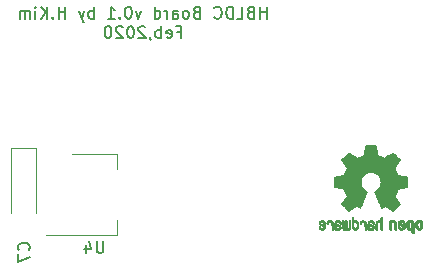
<source format=gbr>
G04 #@! TF.GenerationSoftware,KiCad,Pcbnew,(5.1.5-0-10_14)*
G04 #@! TF.CreationDate,2020-02-25T16:28:57+09:00*
G04 #@! TF.ProjectId,hbldc,68626c64-632e-46b6-9963-61645f706362,rev?*
G04 #@! TF.SameCoordinates,Original*
G04 #@! TF.FileFunction,Legend,Bot*
G04 #@! TF.FilePolarity,Positive*
%FSLAX46Y46*%
G04 Gerber Fmt 4.6, Leading zero omitted, Abs format (unit mm)*
G04 Created by KiCad (PCBNEW (5.1.5-0-10_14)) date 2020-02-25 16:28:57*
%MOMM*%
%LPD*%
G04 APERTURE LIST*
%ADD10C,0.150000*%
%ADD11C,0.010000*%
%ADD12C,0.120000*%
G04 APERTURE END LIST*
D10*
X105592380Y-37107380D02*
X105592380Y-36107380D01*
X105592380Y-36583571D02*
X105020952Y-36583571D01*
X105020952Y-37107380D02*
X105020952Y-36107380D01*
X104211428Y-36583571D02*
X104068571Y-36631190D01*
X104020952Y-36678809D01*
X103973333Y-36774047D01*
X103973333Y-36916904D01*
X104020952Y-37012142D01*
X104068571Y-37059761D01*
X104163809Y-37107380D01*
X104544761Y-37107380D01*
X104544761Y-36107380D01*
X104211428Y-36107380D01*
X104116190Y-36155000D01*
X104068571Y-36202619D01*
X104020952Y-36297857D01*
X104020952Y-36393095D01*
X104068571Y-36488333D01*
X104116190Y-36535952D01*
X104211428Y-36583571D01*
X104544761Y-36583571D01*
X103068571Y-37107380D02*
X103544761Y-37107380D01*
X103544761Y-36107380D01*
X102735238Y-37107380D02*
X102735238Y-36107380D01*
X102497142Y-36107380D01*
X102354285Y-36155000D01*
X102259047Y-36250238D01*
X102211428Y-36345476D01*
X102163809Y-36535952D01*
X102163809Y-36678809D01*
X102211428Y-36869285D01*
X102259047Y-36964523D01*
X102354285Y-37059761D01*
X102497142Y-37107380D01*
X102735238Y-37107380D01*
X101163809Y-37012142D02*
X101211428Y-37059761D01*
X101354285Y-37107380D01*
X101449523Y-37107380D01*
X101592380Y-37059761D01*
X101687619Y-36964523D01*
X101735238Y-36869285D01*
X101782857Y-36678809D01*
X101782857Y-36535952D01*
X101735238Y-36345476D01*
X101687619Y-36250238D01*
X101592380Y-36155000D01*
X101449523Y-36107380D01*
X101354285Y-36107380D01*
X101211428Y-36155000D01*
X101163809Y-36202619D01*
X99640000Y-36583571D02*
X99497142Y-36631190D01*
X99449523Y-36678809D01*
X99401904Y-36774047D01*
X99401904Y-36916904D01*
X99449523Y-37012142D01*
X99497142Y-37059761D01*
X99592380Y-37107380D01*
X99973333Y-37107380D01*
X99973333Y-36107380D01*
X99640000Y-36107380D01*
X99544761Y-36155000D01*
X99497142Y-36202619D01*
X99449523Y-36297857D01*
X99449523Y-36393095D01*
X99497142Y-36488333D01*
X99544761Y-36535952D01*
X99640000Y-36583571D01*
X99973333Y-36583571D01*
X98830476Y-37107380D02*
X98925714Y-37059761D01*
X98973333Y-37012142D01*
X99020952Y-36916904D01*
X99020952Y-36631190D01*
X98973333Y-36535952D01*
X98925714Y-36488333D01*
X98830476Y-36440714D01*
X98687619Y-36440714D01*
X98592380Y-36488333D01*
X98544761Y-36535952D01*
X98497142Y-36631190D01*
X98497142Y-36916904D01*
X98544761Y-37012142D01*
X98592380Y-37059761D01*
X98687619Y-37107380D01*
X98830476Y-37107380D01*
X97640000Y-37107380D02*
X97640000Y-36583571D01*
X97687619Y-36488333D01*
X97782857Y-36440714D01*
X97973333Y-36440714D01*
X98068571Y-36488333D01*
X97640000Y-37059761D02*
X97735238Y-37107380D01*
X97973333Y-37107380D01*
X98068571Y-37059761D01*
X98116190Y-36964523D01*
X98116190Y-36869285D01*
X98068571Y-36774047D01*
X97973333Y-36726428D01*
X97735238Y-36726428D01*
X97640000Y-36678809D01*
X97163809Y-37107380D02*
X97163809Y-36440714D01*
X97163809Y-36631190D02*
X97116190Y-36535952D01*
X97068571Y-36488333D01*
X96973333Y-36440714D01*
X96878095Y-36440714D01*
X96116190Y-37107380D02*
X96116190Y-36107380D01*
X96116190Y-37059761D02*
X96211428Y-37107380D01*
X96401904Y-37107380D01*
X96497142Y-37059761D01*
X96544761Y-37012142D01*
X96592380Y-36916904D01*
X96592380Y-36631190D01*
X96544761Y-36535952D01*
X96497142Y-36488333D01*
X96401904Y-36440714D01*
X96211428Y-36440714D01*
X96116190Y-36488333D01*
X94973333Y-36440714D02*
X94735238Y-37107380D01*
X94497142Y-36440714D01*
X93925714Y-36107380D02*
X93830476Y-36107380D01*
X93735238Y-36155000D01*
X93687619Y-36202619D01*
X93640000Y-36297857D01*
X93592380Y-36488333D01*
X93592380Y-36726428D01*
X93640000Y-36916904D01*
X93687619Y-37012142D01*
X93735238Y-37059761D01*
X93830476Y-37107380D01*
X93925714Y-37107380D01*
X94020952Y-37059761D01*
X94068571Y-37012142D01*
X94116190Y-36916904D01*
X94163809Y-36726428D01*
X94163809Y-36488333D01*
X94116190Y-36297857D01*
X94068571Y-36202619D01*
X94020952Y-36155000D01*
X93925714Y-36107380D01*
X93163809Y-37012142D02*
X93116190Y-37059761D01*
X93163809Y-37107380D01*
X93211428Y-37059761D01*
X93163809Y-37012142D01*
X93163809Y-37107380D01*
X92163809Y-37107380D02*
X92735238Y-37107380D01*
X92449523Y-37107380D02*
X92449523Y-36107380D01*
X92544761Y-36250238D01*
X92640000Y-36345476D01*
X92735238Y-36393095D01*
X90973333Y-37107380D02*
X90973333Y-36107380D01*
X90973333Y-36488333D02*
X90878095Y-36440714D01*
X90687619Y-36440714D01*
X90592380Y-36488333D01*
X90544761Y-36535952D01*
X90497142Y-36631190D01*
X90497142Y-36916904D01*
X90544761Y-37012142D01*
X90592380Y-37059761D01*
X90687619Y-37107380D01*
X90878095Y-37107380D01*
X90973333Y-37059761D01*
X90163809Y-36440714D02*
X89925714Y-37107380D01*
X89687619Y-36440714D02*
X89925714Y-37107380D01*
X90020952Y-37345476D01*
X90068571Y-37393095D01*
X90163809Y-37440714D01*
X88544761Y-37107380D02*
X88544761Y-36107380D01*
X88544761Y-36583571D02*
X87973333Y-36583571D01*
X87973333Y-37107380D02*
X87973333Y-36107380D01*
X87497142Y-37012142D02*
X87449523Y-37059761D01*
X87497142Y-37107380D01*
X87544761Y-37059761D01*
X87497142Y-37012142D01*
X87497142Y-37107380D01*
X87020952Y-37107380D02*
X87020952Y-36107380D01*
X86449523Y-37107380D02*
X86878095Y-36535952D01*
X86449523Y-36107380D02*
X87020952Y-36678809D01*
X86020952Y-37107380D02*
X86020952Y-36440714D01*
X86020952Y-36107380D02*
X86068571Y-36155000D01*
X86020952Y-36202619D01*
X85973333Y-36155000D01*
X86020952Y-36107380D01*
X86020952Y-36202619D01*
X85544761Y-37107380D02*
X85544761Y-36440714D01*
X85544761Y-36535952D02*
X85497142Y-36488333D01*
X85401904Y-36440714D01*
X85259047Y-36440714D01*
X85163809Y-36488333D01*
X85116190Y-36583571D01*
X85116190Y-37107380D01*
X85116190Y-36583571D02*
X85068571Y-36488333D01*
X84973333Y-36440714D01*
X84830476Y-36440714D01*
X84735238Y-36488333D01*
X84687619Y-36583571D01*
X84687619Y-37107380D01*
X98020952Y-38233571D02*
X98354285Y-38233571D01*
X98354285Y-38757380D02*
X98354285Y-37757380D01*
X97878095Y-37757380D01*
X97116190Y-38709761D02*
X97211428Y-38757380D01*
X97401904Y-38757380D01*
X97497142Y-38709761D01*
X97544761Y-38614523D01*
X97544761Y-38233571D01*
X97497142Y-38138333D01*
X97401904Y-38090714D01*
X97211428Y-38090714D01*
X97116190Y-38138333D01*
X97068571Y-38233571D01*
X97068571Y-38328809D01*
X97544761Y-38424047D01*
X96640000Y-38757380D02*
X96640000Y-37757380D01*
X96640000Y-38138333D02*
X96544761Y-38090714D01*
X96354285Y-38090714D01*
X96259047Y-38138333D01*
X96211428Y-38185952D01*
X96163809Y-38281190D01*
X96163809Y-38566904D01*
X96211428Y-38662142D01*
X96259047Y-38709761D01*
X96354285Y-38757380D01*
X96544761Y-38757380D01*
X96640000Y-38709761D01*
X95687619Y-38709761D02*
X95687619Y-38757380D01*
X95735238Y-38852619D01*
X95782857Y-38900238D01*
X95306666Y-37852619D02*
X95259047Y-37805000D01*
X95163809Y-37757380D01*
X94925714Y-37757380D01*
X94830476Y-37805000D01*
X94782857Y-37852619D01*
X94735238Y-37947857D01*
X94735238Y-38043095D01*
X94782857Y-38185952D01*
X95354285Y-38757380D01*
X94735238Y-38757380D01*
X94116190Y-37757380D02*
X94020952Y-37757380D01*
X93925714Y-37805000D01*
X93878095Y-37852619D01*
X93830476Y-37947857D01*
X93782857Y-38138333D01*
X93782857Y-38376428D01*
X93830476Y-38566904D01*
X93878095Y-38662142D01*
X93925714Y-38709761D01*
X94020952Y-38757380D01*
X94116190Y-38757380D01*
X94211428Y-38709761D01*
X94259047Y-38662142D01*
X94306666Y-38566904D01*
X94354285Y-38376428D01*
X94354285Y-38138333D01*
X94306666Y-37947857D01*
X94259047Y-37852619D01*
X94211428Y-37805000D01*
X94116190Y-37757380D01*
X93401904Y-37852619D02*
X93354285Y-37805000D01*
X93259047Y-37757380D01*
X93020952Y-37757380D01*
X92925714Y-37805000D01*
X92878095Y-37852619D01*
X92830476Y-37947857D01*
X92830476Y-38043095D01*
X92878095Y-38185952D01*
X93449523Y-38757380D01*
X92830476Y-38757380D01*
X92211428Y-37757380D02*
X92116190Y-37757380D01*
X92020952Y-37805000D01*
X91973333Y-37852619D01*
X91925714Y-37947857D01*
X91878095Y-38138333D01*
X91878095Y-38376428D01*
X91925714Y-38566904D01*
X91973333Y-38662142D01*
X92020952Y-38709761D01*
X92116190Y-38757380D01*
X92211428Y-38757380D01*
X92306666Y-38709761D01*
X92354285Y-38662142D01*
X92401904Y-38566904D01*
X92449523Y-38376428D01*
X92449523Y-38138333D01*
X92401904Y-37947857D01*
X92354285Y-37852619D01*
X92306666Y-37805000D01*
X92211428Y-37757380D01*
D11*
G36*
X117621114Y-54144505D02*
G01*
X117546461Y-54181727D01*
X117480569Y-54250261D01*
X117462423Y-54275648D01*
X117442655Y-54308866D01*
X117429828Y-54344945D01*
X117422490Y-54393098D01*
X117419187Y-54462536D01*
X117418462Y-54554206D01*
X117421737Y-54679830D01*
X117433123Y-54774154D01*
X117454959Y-54844523D01*
X117489581Y-54898286D01*
X117539330Y-54942788D01*
X117542986Y-54945423D01*
X117592015Y-54972377D01*
X117651055Y-54985712D01*
X117726141Y-54989000D01*
X117848205Y-54989000D01*
X117848256Y-55107497D01*
X117849392Y-55173492D01*
X117856314Y-55212202D01*
X117874402Y-55235419D01*
X117909038Y-55254933D01*
X117917355Y-55258920D01*
X117956280Y-55277603D01*
X117986417Y-55289403D01*
X118008826Y-55290422D01*
X118024567Y-55276761D01*
X118034698Y-55244522D01*
X118040277Y-55189804D01*
X118042365Y-55108711D01*
X118042019Y-54997344D01*
X118040300Y-54851802D01*
X118039763Y-54808269D01*
X118037828Y-54658205D01*
X118036096Y-54560042D01*
X117848308Y-54560042D01*
X117847252Y-54643364D01*
X117842562Y-54697880D01*
X117831949Y-54733837D01*
X117813128Y-54761482D01*
X117800350Y-54774965D01*
X117748110Y-54814417D01*
X117701858Y-54817628D01*
X117654133Y-54785049D01*
X117652923Y-54783846D01*
X117633506Y-54758668D01*
X117621693Y-54724447D01*
X117615735Y-54671748D01*
X117613880Y-54591131D01*
X117613846Y-54573271D01*
X117618330Y-54462175D01*
X117632926Y-54385161D01*
X117659350Y-54338147D01*
X117699317Y-54317050D01*
X117722416Y-54314923D01*
X117777238Y-54324900D01*
X117814842Y-54357752D01*
X117837477Y-54417857D01*
X117847394Y-54509598D01*
X117848308Y-54560042D01*
X118036096Y-54560042D01*
X118035778Y-54542060D01*
X118033127Y-54454679D01*
X118029394Y-54390905D01*
X118024093Y-54345582D01*
X118016742Y-54313555D01*
X118006857Y-54289668D01*
X117993954Y-54268764D01*
X117988421Y-54260898D01*
X117915031Y-54186595D01*
X117822240Y-54144467D01*
X117714904Y-54132722D01*
X117621114Y-54144505D01*
G37*
X117621114Y-54144505D02*
X117546461Y-54181727D01*
X117480569Y-54250261D01*
X117462423Y-54275648D01*
X117442655Y-54308866D01*
X117429828Y-54344945D01*
X117422490Y-54393098D01*
X117419187Y-54462536D01*
X117418462Y-54554206D01*
X117421737Y-54679830D01*
X117433123Y-54774154D01*
X117454959Y-54844523D01*
X117489581Y-54898286D01*
X117539330Y-54942788D01*
X117542986Y-54945423D01*
X117592015Y-54972377D01*
X117651055Y-54985712D01*
X117726141Y-54989000D01*
X117848205Y-54989000D01*
X117848256Y-55107497D01*
X117849392Y-55173492D01*
X117856314Y-55212202D01*
X117874402Y-55235419D01*
X117909038Y-55254933D01*
X117917355Y-55258920D01*
X117956280Y-55277603D01*
X117986417Y-55289403D01*
X118008826Y-55290422D01*
X118024567Y-55276761D01*
X118034698Y-55244522D01*
X118040277Y-55189804D01*
X118042365Y-55108711D01*
X118042019Y-54997344D01*
X118040300Y-54851802D01*
X118039763Y-54808269D01*
X118037828Y-54658205D01*
X118036096Y-54560042D01*
X117848308Y-54560042D01*
X117847252Y-54643364D01*
X117842562Y-54697880D01*
X117831949Y-54733837D01*
X117813128Y-54761482D01*
X117800350Y-54774965D01*
X117748110Y-54814417D01*
X117701858Y-54817628D01*
X117654133Y-54785049D01*
X117652923Y-54783846D01*
X117633506Y-54758668D01*
X117621693Y-54724447D01*
X117615735Y-54671748D01*
X117613880Y-54591131D01*
X117613846Y-54573271D01*
X117618330Y-54462175D01*
X117632926Y-54385161D01*
X117659350Y-54338147D01*
X117699317Y-54317050D01*
X117722416Y-54314923D01*
X117777238Y-54324900D01*
X117814842Y-54357752D01*
X117837477Y-54417857D01*
X117847394Y-54509598D01*
X117848308Y-54560042D01*
X118036096Y-54560042D01*
X118035778Y-54542060D01*
X118033127Y-54454679D01*
X118029394Y-54390905D01*
X118024093Y-54345582D01*
X118016742Y-54313555D01*
X118006857Y-54289668D01*
X117993954Y-54268764D01*
X117988421Y-54260898D01*
X117915031Y-54186595D01*
X117822240Y-54144467D01*
X117714904Y-54132722D01*
X117621114Y-54144505D01*
G36*
X116118336Y-54155089D02*
G01*
X116055633Y-54191358D01*
X116012039Y-54227358D01*
X115980155Y-54265075D01*
X115958190Y-54311199D01*
X115944351Y-54372421D01*
X115936847Y-54455431D01*
X115933883Y-54566919D01*
X115933539Y-54647062D01*
X115933539Y-54942065D01*
X116099615Y-55016515D01*
X116109385Y-54693402D01*
X116113421Y-54572729D01*
X116117656Y-54485141D01*
X116122903Y-54424650D01*
X116129975Y-54385268D01*
X116139689Y-54361007D01*
X116152856Y-54345880D01*
X116157081Y-54342606D01*
X116221091Y-54317034D01*
X116285792Y-54327153D01*
X116324308Y-54354000D01*
X116339975Y-54373024D01*
X116350820Y-54397988D01*
X116357712Y-54435834D01*
X116361521Y-54493502D01*
X116363117Y-54577935D01*
X116363385Y-54665928D01*
X116363437Y-54776323D01*
X116365328Y-54854463D01*
X116371655Y-54907165D01*
X116385017Y-54941242D01*
X116408015Y-54963511D01*
X116443246Y-54980787D01*
X116490303Y-54998738D01*
X116541697Y-55018278D01*
X116535579Y-54671485D01*
X116533116Y-54546468D01*
X116530233Y-54454082D01*
X116526102Y-54387881D01*
X116519893Y-54341420D01*
X116510774Y-54308256D01*
X116497917Y-54281944D01*
X116482416Y-54258729D01*
X116407629Y-54184569D01*
X116316372Y-54141684D01*
X116217117Y-54131412D01*
X116118336Y-54155089D01*
G37*
X116118336Y-54155089D02*
X116055633Y-54191358D01*
X116012039Y-54227358D01*
X115980155Y-54265075D01*
X115958190Y-54311199D01*
X115944351Y-54372421D01*
X115936847Y-54455431D01*
X115933883Y-54566919D01*
X115933539Y-54647062D01*
X115933539Y-54942065D01*
X116099615Y-55016515D01*
X116109385Y-54693402D01*
X116113421Y-54572729D01*
X116117656Y-54485141D01*
X116122903Y-54424650D01*
X116129975Y-54385268D01*
X116139689Y-54361007D01*
X116152856Y-54345880D01*
X116157081Y-54342606D01*
X116221091Y-54317034D01*
X116285792Y-54327153D01*
X116324308Y-54354000D01*
X116339975Y-54373024D01*
X116350820Y-54397988D01*
X116357712Y-54435834D01*
X116361521Y-54493502D01*
X116363117Y-54577935D01*
X116363385Y-54665928D01*
X116363437Y-54776323D01*
X116365328Y-54854463D01*
X116371655Y-54907165D01*
X116385017Y-54941242D01*
X116408015Y-54963511D01*
X116443246Y-54980787D01*
X116490303Y-54998738D01*
X116541697Y-55018278D01*
X116535579Y-54671485D01*
X116533116Y-54546468D01*
X116530233Y-54454082D01*
X116526102Y-54387881D01*
X116519893Y-54341420D01*
X116510774Y-54308256D01*
X116497917Y-54281944D01*
X116482416Y-54258729D01*
X116407629Y-54184569D01*
X116316372Y-54141684D01*
X116217117Y-54131412D01*
X116118336Y-54155089D01*
G36*
X118373114Y-54147256D02*
G01*
X118281536Y-54195409D01*
X118213951Y-54272905D01*
X118189943Y-54322727D01*
X118171262Y-54397533D01*
X118161699Y-54492052D01*
X118160792Y-54595210D01*
X118168079Y-54695935D01*
X118183097Y-54783153D01*
X118205385Y-54845791D01*
X118212235Y-54856579D01*
X118293368Y-54937105D01*
X118389734Y-54985336D01*
X118494299Y-54999450D01*
X118600032Y-54977629D01*
X118629457Y-54964547D01*
X118686759Y-54924231D01*
X118737050Y-54870775D01*
X118741803Y-54863995D01*
X118761122Y-54831321D01*
X118773892Y-54796394D01*
X118781436Y-54750414D01*
X118785076Y-54684584D01*
X118786135Y-54590105D01*
X118786154Y-54568923D01*
X118786106Y-54562182D01*
X118590769Y-54562182D01*
X118589632Y-54651349D01*
X118585159Y-54710520D01*
X118575754Y-54748741D01*
X118559824Y-54775053D01*
X118551692Y-54783846D01*
X118504942Y-54817261D01*
X118459553Y-54815737D01*
X118413660Y-54786752D01*
X118386288Y-54755809D01*
X118370077Y-54710643D01*
X118360974Y-54639420D01*
X118360349Y-54631114D01*
X118358796Y-54502037D01*
X118375035Y-54406172D01*
X118408848Y-54344107D01*
X118460016Y-54316432D01*
X118478280Y-54314923D01*
X118526240Y-54322513D01*
X118559047Y-54348808D01*
X118579105Y-54399095D01*
X118588822Y-54478664D01*
X118590769Y-54562182D01*
X118786106Y-54562182D01*
X118785426Y-54468249D01*
X118782371Y-54397906D01*
X118775678Y-54349163D01*
X118764040Y-54313288D01*
X118746147Y-54281548D01*
X118742192Y-54275648D01*
X118675733Y-54196104D01*
X118603315Y-54149929D01*
X118515151Y-54131599D01*
X118485213Y-54130703D01*
X118373114Y-54147256D01*
G37*
X118373114Y-54147256D02*
X118281536Y-54195409D01*
X118213951Y-54272905D01*
X118189943Y-54322727D01*
X118171262Y-54397533D01*
X118161699Y-54492052D01*
X118160792Y-54595210D01*
X118168079Y-54695935D01*
X118183097Y-54783153D01*
X118205385Y-54845791D01*
X118212235Y-54856579D01*
X118293368Y-54937105D01*
X118389734Y-54985336D01*
X118494299Y-54999450D01*
X118600032Y-54977629D01*
X118629457Y-54964547D01*
X118686759Y-54924231D01*
X118737050Y-54870775D01*
X118741803Y-54863995D01*
X118761122Y-54831321D01*
X118773892Y-54796394D01*
X118781436Y-54750414D01*
X118785076Y-54684584D01*
X118786135Y-54590105D01*
X118786154Y-54568923D01*
X118786106Y-54562182D01*
X118590769Y-54562182D01*
X118589632Y-54651349D01*
X118585159Y-54710520D01*
X118575754Y-54748741D01*
X118559824Y-54775053D01*
X118551692Y-54783846D01*
X118504942Y-54817261D01*
X118459553Y-54815737D01*
X118413660Y-54786752D01*
X118386288Y-54755809D01*
X118370077Y-54710643D01*
X118360974Y-54639420D01*
X118360349Y-54631114D01*
X118358796Y-54502037D01*
X118375035Y-54406172D01*
X118408848Y-54344107D01*
X118460016Y-54316432D01*
X118478280Y-54314923D01*
X118526240Y-54322513D01*
X118559047Y-54348808D01*
X118579105Y-54399095D01*
X118588822Y-54478664D01*
X118590769Y-54562182D01*
X118786106Y-54562182D01*
X118785426Y-54468249D01*
X118782371Y-54397906D01*
X118775678Y-54349163D01*
X118764040Y-54313288D01*
X118746147Y-54281548D01*
X118742192Y-54275648D01*
X118675733Y-54196104D01*
X118603315Y-54149929D01*
X118515151Y-54131599D01*
X118485213Y-54130703D01*
X118373114Y-54147256D01*
G36*
X116855746Y-54159745D02*
G01*
X116778714Y-54211567D01*
X116719184Y-54286412D01*
X116683622Y-54381654D01*
X116676429Y-54451756D01*
X116677246Y-54481009D01*
X116684086Y-54503407D01*
X116702888Y-54523474D01*
X116739592Y-54545733D01*
X116800138Y-54574709D01*
X116890466Y-54614927D01*
X116890923Y-54615129D01*
X116974067Y-54653210D01*
X117042247Y-54687025D01*
X117088495Y-54712933D01*
X117105842Y-54727295D01*
X117105846Y-54727411D01*
X117090557Y-54758685D01*
X117054804Y-54793157D01*
X117013758Y-54817990D01*
X116992963Y-54822923D01*
X116936230Y-54805862D01*
X116887373Y-54763133D01*
X116863535Y-54716155D01*
X116840603Y-54681522D01*
X116795682Y-54642081D01*
X116742877Y-54608009D01*
X116696290Y-54589480D01*
X116686548Y-54588462D01*
X116675582Y-54605215D01*
X116674921Y-54648039D01*
X116682980Y-54705781D01*
X116698173Y-54767289D01*
X116718914Y-54821409D01*
X116719962Y-54823510D01*
X116782379Y-54910660D01*
X116863274Y-54969939D01*
X116955144Y-54999034D01*
X117050487Y-54995634D01*
X117141802Y-54957428D01*
X117145862Y-54954741D01*
X117217694Y-54889642D01*
X117264927Y-54804705D01*
X117291066Y-54693021D01*
X117294574Y-54661643D01*
X117300787Y-54513536D01*
X117293339Y-54444468D01*
X117105846Y-54444468D01*
X117103410Y-54487552D01*
X117090086Y-54500126D01*
X117056868Y-54490719D01*
X117004506Y-54468483D01*
X116945976Y-54440610D01*
X116944521Y-54439872D01*
X116894911Y-54413777D01*
X116875000Y-54396363D01*
X116879910Y-54378107D01*
X116900584Y-54354120D01*
X116953181Y-54319406D01*
X117009823Y-54316856D01*
X117060631Y-54342119D01*
X117095724Y-54390847D01*
X117105846Y-54444468D01*
X117293339Y-54444468D01*
X117288008Y-54395036D01*
X117255222Y-54301055D01*
X117209579Y-54235215D01*
X117127198Y-54168681D01*
X117036454Y-54135676D01*
X116943815Y-54133573D01*
X116855746Y-54159745D01*
G37*
X116855746Y-54159745D02*
X116778714Y-54211567D01*
X116719184Y-54286412D01*
X116683622Y-54381654D01*
X116676429Y-54451756D01*
X116677246Y-54481009D01*
X116684086Y-54503407D01*
X116702888Y-54523474D01*
X116739592Y-54545733D01*
X116800138Y-54574709D01*
X116890466Y-54614927D01*
X116890923Y-54615129D01*
X116974067Y-54653210D01*
X117042247Y-54687025D01*
X117088495Y-54712933D01*
X117105842Y-54727295D01*
X117105846Y-54727411D01*
X117090557Y-54758685D01*
X117054804Y-54793157D01*
X117013758Y-54817990D01*
X116992963Y-54822923D01*
X116936230Y-54805862D01*
X116887373Y-54763133D01*
X116863535Y-54716155D01*
X116840603Y-54681522D01*
X116795682Y-54642081D01*
X116742877Y-54608009D01*
X116696290Y-54589480D01*
X116686548Y-54588462D01*
X116675582Y-54605215D01*
X116674921Y-54648039D01*
X116682980Y-54705781D01*
X116698173Y-54767289D01*
X116718914Y-54821409D01*
X116719962Y-54823510D01*
X116782379Y-54910660D01*
X116863274Y-54969939D01*
X116955144Y-54999034D01*
X117050487Y-54995634D01*
X117141802Y-54957428D01*
X117145862Y-54954741D01*
X117217694Y-54889642D01*
X117264927Y-54804705D01*
X117291066Y-54693021D01*
X117294574Y-54661643D01*
X117300787Y-54513536D01*
X117293339Y-54444468D01*
X117105846Y-54444468D01*
X117103410Y-54487552D01*
X117090086Y-54500126D01*
X117056868Y-54490719D01*
X117004506Y-54468483D01*
X116945976Y-54440610D01*
X116944521Y-54439872D01*
X116894911Y-54413777D01*
X116875000Y-54396363D01*
X116879910Y-54378107D01*
X116900584Y-54354120D01*
X116953181Y-54319406D01*
X117009823Y-54316856D01*
X117060631Y-54342119D01*
X117095724Y-54390847D01*
X117105846Y-54444468D01*
X117293339Y-54444468D01*
X117288008Y-54395036D01*
X117255222Y-54301055D01*
X117209579Y-54235215D01*
X117127198Y-54168681D01*
X117036454Y-54135676D01*
X116943815Y-54133573D01*
X116855746Y-54159745D01*
G36*
X115230154Y-54052120D02*
G01*
X115224428Y-54131980D01*
X115217851Y-54179039D01*
X115208738Y-54199566D01*
X115195402Y-54199829D01*
X115191077Y-54197378D01*
X115133556Y-54179636D01*
X115058732Y-54180672D01*
X114982661Y-54198910D01*
X114935082Y-54222505D01*
X114886298Y-54260198D01*
X114850636Y-54302855D01*
X114826155Y-54357057D01*
X114810913Y-54429384D01*
X114802970Y-54526419D01*
X114800384Y-54654742D01*
X114800338Y-54679358D01*
X114800308Y-54955870D01*
X114861839Y-54977320D01*
X114905541Y-54991912D01*
X114929518Y-54998706D01*
X114930223Y-54998769D01*
X114932585Y-54980345D01*
X114934594Y-54929526D01*
X114936099Y-54852993D01*
X114936947Y-54757430D01*
X114937077Y-54699329D01*
X114937349Y-54584771D01*
X114938748Y-54502667D01*
X114942151Y-54446393D01*
X114948433Y-54409326D01*
X114958471Y-54384844D01*
X114973139Y-54366325D01*
X114982298Y-54357406D01*
X115045211Y-54321466D01*
X115113864Y-54318775D01*
X115176152Y-54349170D01*
X115187671Y-54360144D01*
X115204567Y-54380779D01*
X115216286Y-54405256D01*
X115223767Y-54440647D01*
X115227946Y-54494026D01*
X115229763Y-54572466D01*
X115230154Y-54680617D01*
X115230154Y-54955870D01*
X115291685Y-54977320D01*
X115335387Y-54991912D01*
X115359364Y-54998706D01*
X115360070Y-54998769D01*
X115361874Y-54980069D01*
X115363500Y-54927322D01*
X115364883Y-54845557D01*
X115365958Y-54739805D01*
X115366660Y-54615094D01*
X115366923Y-54476455D01*
X115366923Y-53941806D01*
X115239923Y-53888236D01*
X115230154Y-54052120D01*
G37*
X115230154Y-54052120D02*
X115224428Y-54131980D01*
X115217851Y-54179039D01*
X115208738Y-54199566D01*
X115195402Y-54199829D01*
X115191077Y-54197378D01*
X115133556Y-54179636D01*
X115058732Y-54180672D01*
X114982661Y-54198910D01*
X114935082Y-54222505D01*
X114886298Y-54260198D01*
X114850636Y-54302855D01*
X114826155Y-54357057D01*
X114810913Y-54429384D01*
X114802970Y-54526419D01*
X114800384Y-54654742D01*
X114800338Y-54679358D01*
X114800308Y-54955870D01*
X114861839Y-54977320D01*
X114905541Y-54991912D01*
X114929518Y-54998706D01*
X114930223Y-54998769D01*
X114932585Y-54980345D01*
X114934594Y-54929526D01*
X114936099Y-54852993D01*
X114936947Y-54757430D01*
X114937077Y-54699329D01*
X114937349Y-54584771D01*
X114938748Y-54502667D01*
X114942151Y-54446393D01*
X114948433Y-54409326D01*
X114958471Y-54384844D01*
X114973139Y-54366325D01*
X114982298Y-54357406D01*
X115045211Y-54321466D01*
X115113864Y-54318775D01*
X115176152Y-54349170D01*
X115187671Y-54360144D01*
X115204567Y-54380779D01*
X115216286Y-54405256D01*
X115223767Y-54440647D01*
X115227946Y-54494026D01*
X115229763Y-54572466D01*
X115230154Y-54680617D01*
X115230154Y-54955870D01*
X115291685Y-54977320D01*
X115335387Y-54991912D01*
X115359364Y-54998706D01*
X115360070Y-54998769D01*
X115361874Y-54980069D01*
X115363500Y-54927322D01*
X115364883Y-54845557D01*
X115365958Y-54739805D01*
X115366660Y-54615094D01*
X115366923Y-54476455D01*
X115366923Y-53941806D01*
X115239923Y-53888236D01*
X115230154Y-54052120D01*
G36*
X114336499Y-54186303D02*
G01*
X114259940Y-54214733D01*
X114259064Y-54215279D01*
X114211715Y-54250127D01*
X114176759Y-54290852D01*
X114152175Y-54343925D01*
X114135938Y-54415814D01*
X114126025Y-54512992D01*
X114120414Y-54641928D01*
X114119923Y-54660298D01*
X114112859Y-54937287D01*
X114172305Y-54968028D01*
X114215319Y-54988802D01*
X114241290Y-54998646D01*
X114242491Y-54998769D01*
X114246986Y-54980606D01*
X114250556Y-54931612D01*
X114252752Y-54860031D01*
X114253231Y-54802068D01*
X114253242Y-54708170D01*
X114257534Y-54649203D01*
X114272497Y-54621079D01*
X114304518Y-54619706D01*
X114359986Y-54640998D01*
X114443731Y-54680136D01*
X114505311Y-54712643D01*
X114536983Y-54740845D01*
X114546294Y-54771582D01*
X114546308Y-54773104D01*
X114530943Y-54826054D01*
X114485453Y-54854660D01*
X114415834Y-54858803D01*
X114365687Y-54858084D01*
X114339246Y-54872527D01*
X114322757Y-54907218D01*
X114313267Y-54951416D01*
X114326943Y-54976493D01*
X114332093Y-54980082D01*
X114380575Y-54994496D01*
X114448469Y-54996537D01*
X114518388Y-54986983D01*
X114567932Y-54969522D01*
X114636430Y-54911364D01*
X114675366Y-54830408D01*
X114683077Y-54767160D01*
X114677193Y-54710111D01*
X114655899Y-54663542D01*
X114613735Y-54622181D01*
X114545241Y-54580755D01*
X114444956Y-54533993D01*
X114438846Y-54531350D01*
X114348510Y-54489617D01*
X114292765Y-54455391D01*
X114268871Y-54424635D01*
X114274087Y-54393311D01*
X114305672Y-54357383D01*
X114315117Y-54349116D01*
X114378383Y-54317058D01*
X114443936Y-54318407D01*
X114501028Y-54349838D01*
X114538907Y-54408024D01*
X114542426Y-54419446D01*
X114576700Y-54474837D01*
X114620191Y-54501518D01*
X114683077Y-54527960D01*
X114683077Y-54459548D01*
X114663948Y-54360110D01*
X114607169Y-54268902D01*
X114577622Y-54238389D01*
X114510458Y-54199228D01*
X114425044Y-54181500D01*
X114336499Y-54186303D01*
G37*
X114336499Y-54186303D02*
X114259940Y-54214733D01*
X114259064Y-54215279D01*
X114211715Y-54250127D01*
X114176759Y-54290852D01*
X114152175Y-54343925D01*
X114135938Y-54415814D01*
X114126025Y-54512992D01*
X114120414Y-54641928D01*
X114119923Y-54660298D01*
X114112859Y-54937287D01*
X114172305Y-54968028D01*
X114215319Y-54988802D01*
X114241290Y-54998646D01*
X114242491Y-54998769D01*
X114246986Y-54980606D01*
X114250556Y-54931612D01*
X114252752Y-54860031D01*
X114253231Y-54802068D01*
X114253242Y-54708170D01*
X114257534Y-54649203D01*
X114272497Y-54621079D01*
X114304518Y-54619706D01*
X114359986Y-54640998D01*
X114443731Y-54680136D01*
X114505311Y-54712643D01*
X114536983Y-54740845D01*
X114546294Y-54771582D01*
X114546308Y-54773104D01*
X114530943Y-54826054D01*
X114485453Y-54854660D01*
X114415834Y-54858803D01*
X114365687Y-54858084D01*
X114339246Y-54872527D01*
X114322757Y-54907218D01*
X114313267Y-54951416D01*
X114326943Y-54976493D01*
X114332093Y-54980082D01*
X114380575Y-54994496D01*
X114448469Y-54996537D01*
X114518388Y-54986983D01*
X114567932Y-54969522D01*
X114636430Y-54911364D01*
X114675366Y-54830408D01*
X114683077Y-54767160D01*
X114677193Y-54710111D01*
X114655899Y-54663542D01*
X114613735Y-54622181D01*
X114545241Y-54580755D01*
X114444956Y-54533993D01*
X114438846Y-54531350D01*
X114348510Y-54489617D01*
X114292765Y-54455391D01*
X114268871Y-54424635D01*
X114274087Y-54393311D01*
X114305672Y-54357383D01*
X114315117Y-54349116D01*
X114378383Y-54317058D01*
X114443936Y-54318407D01*
X114501028Y-54349838D01*
X114538907Y-54408024D01*
X114542426Y-54419446D01*
X114576700Y-54474837D01*
X114620191Y-54501518D01*
X114683077Y-54527960D01*
X114683077Y-54459548D01*
X114663948Y-54360110D01*
X114607169Y-54268902D01*
X114577622Y-54238389D01*
X114510458Y-54199228D01*
X114425044Y-54181500D01*
X114336499Y-54186303D01*
G36*
X113676638Y-54184670D02*
G01*
X113587883Y-54217421D01*
X113515978Y-54275350D01*
X113487856Y-54316128D01*
X113457198Y-54390954D01*
X113457835Y-54445058D01*
X113490013Y-54481446D01*
X113501919Y-54487633D01*
X113553325Y-54506925D01*
X113579578Y-54501982D01*
X113588470Y-54469587D01*
X113588923Y-54451692D01*
X113605203Y-54385859D01*
X113647635Y-54339807D01*
X113706612Y-54317564D01*
X113772525Y-54323161D01*
X113826105Y-54352229D01*
X113844202Y-54368810D01*
X113857029Y-54388925D01*
X113865694Y-54419332D01*
X113871304Y-54466788D01*
X113874965Y-54538050D01*
X113877785Y-54639875D01*
X113878516Y-54672115D01*
X113881180Y-54782410D01*
X113884208Y-54860036D01*
X113888750Y-54911396D01*
X113895954Y-54942890D01*
X113906967Y-54960920D01*
X113922940Y-54971888D01*
X113933166Y-54976733D01*
X113976594Y-54993301D01*
X114002158Y-54998769D01*
X114010605Y-54980507D01*
X114015761Y-54925296D01*
X114017654Y-54832499D01*
X114016311Y-54701478D01*
X114015893Y-54681269D01*
X114012942Y-54561733D01*
X114009452Y-54474449D01*
X114004486Y-54412591D01*
X113997107Y-54369336D01*
X113986376Y-54337860D01*
X113971355Y-54311339D01*
X113963498Y-54299975D01*
X113918447Y-54249692D01*
X113868060Y-54210581D01*
X113861892Y-54207167D01*
X113771542Y-54180212D01*
X113676638Y-54184670D01*
G37*
X113676638Y-54184670D02*
X113587883Y-54217421D01*
X113515978Y-54275350D01*
X113487856Y-54316128D01*
X113457198Y-54390954D01*
X113457835Y-54445058D01*
X113490013Y-54481446D01*
X113501919Y-54487633D01*
X113553325Y-54506925D01*
X113579578Y-54501982D01*
X113588470Y-54469587D01*
X113588923Y-54451692D01*
X113605203Y-54385859D01*
X113647635Y-54339807D01*
X113706612Y-54317564D01*
X113772525Y-54323161D01*
X113826105Y-54352229D01*
X113844202Y-54368810D01*
X113857029Y-54388925D01*
X113865694Y-54419332D01*
X113871304Y-54466788D01*
X113874965Y-54538050D01*
X113877785Y-54639875D01*
X113878516Y-54672115D01*
X113881180Y-54782410D01*
X113884208Y-54860036D01*
X113888750Y-54911396D01*
X113895954Y-54942890D01*
X113906967Y-54960920D01*
X113922940Y-54971888D01*
X113933166Y-54976733D01*
X113976594Y-54993301D01*
X114002158Y-54998769D01*
X114010605Y-54980507D01*
X114015761Y-54925296D01*
X114017654Y-54832499D01*
X114016311Y-54701478D01*
X114015893Y-54681269D01*
X114012942Y-54561733D01*
X114009452Y-54474449D01*
X114004486Y-54412591D01*
X113997107Y-54369336D01*
X113986376Y-54337860D01*
X113971355Y-54311339D01*
X113963498Y-54299975D01*
X113918447Y-54249692D01*
X113868060Y-54210581D01*
X113861892Y-54207167D01*
X113771542Y-54180212D01*
X113676638Y-54184670D01*
G36*
X112787919Y-54340289D02*
G01*
X112788167Y-54486320D01*
X112789128Y-54598655D01*
X112791206Y-54682678D01*
X112794807Y-54743769D01*
X112800335Y-54787309D01*
X112808196Y-54818679D01*
X112818793Y-54843262D01*
X112826818Y-54857294D01*
X112893272Y-54933388D01*
X112977530Y-54981084D01*
X113070751Y-54998199D01*
X113164100Y-54982546D01*
X113219688Y-54954418D01*
X113278043Y-54905760D01*
X113317814Y-54846333D01*
X113341810Y-54768507D01*
X113352839Y-54664652D01*
X113354401Y-54588462D01*
X113354191Y-54582986D01*
X113217692Y-54582986D01*
X113216859Y-54670355D01*
X113213039Y-54728192D01*
X113204254Y-54766029D01*
X113188526Y-54793398D01*
X113169734Y-54814042D01*
X113106625Y-54853890D01*
X113038863Y-54857295D01*
X112974821Y-54824025D01*
X112969836Y-54819517D01*
X112948561Y-54796067D01*
X112935221Y-54768166D01*
X112927999Y-54726641D01*
X112925077Y-54662316D01*
X112924615Y-54591200D01*
X112925617Y-54501858D01*
X112929762Y-54442258D01*
X112938764Y-54403089D01*
X112954333Y-54375040D01*
X112967098Y-54360144D01*
X113026400Y-54322575D01*
X113094699Y-54318057D01*
X113159890Y-54346753D01*
X113172472Y-54357406D01*
X113193889Y-54381063D01*
X113207256Y-54409251D01*
X113214434Y-54451245D01*
X113217281Y-54516319D01*
X113217692Y-54582986D01*
X113354191Y-54582986D01*
X113349678Y-54465765D01*
X113333638Y-54373577D01*
X113303472Y-54304269D01*
X113256371Y-54250211D01*
X113219688Y-54222505D01*
X113153010Y-54192572D01*
X113075728Y-54178678D01*
X113003890Y-54182397D01*
X112963692Y-54197400D01*
X112947918Y-54201670D01*
X112937450Y-54185750D01*
X112930144Y-54143089D01*
X112924615Y-54078106D01*
X112918563Y-54005732D01*
X112910156Y-53962187D01*
X112894859Y-53937287D01*
X112868136Y-53920845D01*
X112851346Y-53913564D01*
X112787846Y-53886963D01*
X112787919Y-54340289D01*
G37*
X112787919Y-54340289D02*
X112788167Y-54486320D01*
X112789128Y-54598655D01*
X112791206Y-54682678D01*
X112794807Y-54743769D01*
X112800335Y-54787309D01*
X112808196Y-54818679D01*
X112818793Y-54843262D01*
X112826818Y-54857294D01*
X112893272Y-54933388D01*
X112977530Y-54981084D01*
X113070751Y-54998199D01*
X113164100Y-54982546D01*
X113219688Y-54954418D01*
X113278043Y-54905760D01*
X113317814Y-54846333D01*
X113341810Y-54768507D01*
X113352839Y-54664652D01*
X113354401Y-54588462D01*
X113354191Y-54582986D01*
X113217692Y-54582986D01*
X113216859Y-54670355D01*
X113213039Y-54728192D01*
X113204254Y-54766029D01*
X113188526Y-54793398D01*
X113169734Y-54814042D01*
X113106625Y-54853890D01*
X113038863Y-54857295D01*
X112974821Y-54824025D01*
X112969836Y-54819517D01*
X112948561Y-54796067D01*
X112935221Y-54768166D01*
X112927999Y-54726641D01*
X112925077Y-54662316D01*
X112924615Y-54591200D01*
X112925617Y-54501858D01*
X112929762Y-54442258D01*
X112938764Y-54403089D01*
X112954333Y-54375040D01*
X112967098Y-54360144D01*
X113026400Y-54322575D01*
X113094699Y-54318057D01*
X113159890Y-54346753D01*
X113172472Y-54357406D01*
X113193889Y-54381063D01*
X113207256Y-54409251D01*
X113214434Y-54451245D01*
X113217281Y-54516319D01*
X113217692Y-54582986D01*
X113354191Y-54582986D01*
X113349678Y-54465765D01*
X113333638Y-54373577D01*
X113303472Y-54304269D01*
X113256371Y-54250211D01*
X113219688Y-54222505D01*
X113153010Y-54192572D01*
X113075728Y-54178678D01*
X113003890Y-54182397D01*
X112963692Y-54197400D01*
X112947918Y-54201670D01*
X112937450Y-54185750D01*
X112930144Y-54143089D01*
X112924615Y-54078106D01*
X112918563Y-54005732D01*
X112910156Y-53962187D01*
X112894859Y-53937287D01*
X112868136Y-53920845D01*
X112851346Y-53913564D01*
X112787846Y-53886963D01*
X112787919Y-54340289D01*
G36*
X111994071Y-54196662D02*
G01*
X111991089Y-54248068D01*
X111988753Y-54326192D01*
X111987251Y-54424857D01*
X111986769Y-54528343D01*
X111986769Y-54878533D01*
X112048599Y-54940363D01*
X112091207Y-54978462D01*
X112128610Y-54993895D01*
X112179730Y-54992918D01*
X112200022Y-54990433D01*
X112263446Y-54983200D01*
X112315905Y-54979055D01*
X112328692Y-54978672D01*
X112371801Y-54981176D01*
X112433456Y-54987462D01*
X112457362Y-54990433D01*
X112516078Y-54995028D01*
X112555536Y-54985046D01*
X112594662Y-54954228D01*
X112608785Y-54940363D01*
X112670615Y-54878533D01*
X112670615Y-54223503D01*
X112620850Y-54200829D01*
X112577998Y-54184034D01*
X112552927Y-54178154D01*
X112546499Y-54196736D01*
X112540491Y-54248655D01*
X112535303Y-54328172D01*
X112531336Y-54429546D01*
X112529423Y-54515192D01*
X112524077Y-54852231D01*
X112477440Y-54858825D01*
X112435024Y-54854214D01*
X112414240Y-54839287D01*
X112408430Y-54811377D01*
X112403470Y-54751925D01*
X112399754Y-54668466D01*
X112397676Y-54568532D01*
X112397376Y-54517104D01*
X112397077Y-54221054D01*
X112335546Y-54199604D01*
X112291996Y-54185020D01*
X112268306Y-54178219D01*
X112267623Y-54178154D01*
X112265246Y-54196642D01*
X112262634Y-54247906D01*
X112260005Y-54325649D01*
X112257579Y-54423574D01*
X112255885Y-54515192D01*
X112250539Y-54852231D01*
X112133308Y-54852231D01*
X112127928Y-54544746D01*
X112122549Y-54237261D01*
X112065399Y-54207707D01*
X112023203Y-54187413D01*
X111998230Y-54178204D01*
X111997509Y-54178154D01*
X111994071Y-54196662D01*
G37*
X111994071Y-54196662D02*
X111991089Y-54248068D01*
X111988753Y-54326192D01*
X111987251Y-54424857D01*
X111986769Y-54528343D01*
X111986769Y-54878533D01*
X112048599Y-54940363D01*
X112091207Y-54978462D01*
X112128610Y-54993895D01*
X112179730Y-54992918D01*
X112200022Y-54990433D01*
X112263446Y-54983200D01*
X112315905Y-54979055D01*
X112328692Y-54978672D01*
X112371801Y-54981176D01*
X112433456Y-54987462D01*
X112457362Y-54990433D01*
X112516078Y-54995028D01*
X112555536Y-54985046D01*
X112594662Y-54954228D01*
X112608785Y-54940363D01*
X112670615Y-54878533D01*
X112670615Y-54223503D01*
X112620850Y-54200829D01*
X112577998Y-54184034D01*
X112552927Y-54178154D01*
X112546499Y-54196736D01*
X112540491Y-54248655D01*
X112535303Y-54328172D01*
X112531336Y-54429546D01*
X112529423Y-54515192D01*
X112524077Y-54852231D01*
X112477440Y-54858825D01*
X112435024Y-54854214D01*
X112414240Y-54839287D01*
X112408430Y-54811377D01*
X112403470Y-54751925D01*
X112399754Y-54668466D01*
X112397676Y-54568532D01*
X112397376Y-54517104D01*
X112397077Y-54221054D01*
X112335546Y-54199604D01*
X112291996Y-54185020D01*
X112268306Y-54178219D01*
X112267623Y-54178154D01*
X112265246Y-54196642D01*
X112262634Y-54247906D01*
X112260005Y-54325649D01*
X112257579Y-54423574D01*
X112255885Y-54515192D01*
X112250539Y-54852231D01*
X112133308Y-54852231D01*
X112127928Y-54544746D01*
X112122549Y-54237261D01*
X112065399Y-54207707D01*
X112023203Y-54187413D01*
X111998230Y-54178204D01*
X111997509Y-54178154D01*
X111994071Y-54196662D01*
G36*
X111502667Y-54193528D02*
G01*
X111446410Y-54219117D01*
X111402253Y-54250124D01*
X111369899Y-54284795D01*
X111347562Y-54329520D01*
X111333454Y-54390692D01*
X111325789Y-54474701D01*
X111322780Y-54587940D01*
X111322462Y-54662509D01*
X111322462Y-54953420D01*
X111372227Y-54976095D01*
X111411424Y-54992667D01*
X111430843Y-54998769D01*
X111434558Y-54980610D01*
X111437505Y-54931648D01*
X111439309Y-54860153D01*
X111439692Y-54803385D01*
X111441339Y-54721371D01*
X111445778Y-54656309D01*
X111452260Y-54616467D01*
X111457410Y-54608000D01*
X111492023Y-54616646D01*
X111546360Y-54638823D01*
X111609278Y-54668886D01*
X111669632Y-54701192D01*
X111716279Y-54730098D01*
X111738074Y-54749961D01*
X111738161Y-54750175D01*
X111736286Y-54786935D01*
X111719475Y-54822026D01*
X111689961Y-54850528D01*
X111646884Y-54860061D01*
X111610068Y-54858950D01*
X111557926Y-54858133D01*
X111530556Y-54870349D01*
X111514118Y-54902624D01*
X111512045Y-54908710D01*
X111504919Y-54954739D01*
X111523976Y-54982687D01*
X111573647Y-54996007D01*
X111627303Y-54998470D01*
X111723858Y-54980210D01*
X111773841Y-54954131D01*
X111835571Y-54892868D01*
X111868310Y-54817670D01*
X111871247Y-54738211D01*
X111843576Y-54664167D01*
X111801953Y-54617769D01*
X111760396Y-54591793D01*
X111695078Y-54558907D01*
X111618962Y-54525557D01*
X111606274Y-54520461D01*
X111522667Y-54483565D01*
X111474470Y-54451046D01*
X111458970Y-54418718D01*
X111473450Y-54382394D01*
X111498308Y-54354000D01*
X111557061Y-54319039D01*
X111621707Y-54316417D01*
X111680992Y-54343358D01*
X111723661Y-54397088D01*
X111729261Y-54410950D01*
X111761867Y-54461936D01*
X111809470Y-54499787D01*
X111869539Y-54530850D01*
X111869539Y-54442768D01*
X111866003Y-54388951D01*
X111850844Y-54346534D01*
X111817232Y-54301279D01*
X111784965Y-54266420D01*
X111734791Y-54217062D01*
X111695807Y-54190547D01*
X111653936Y-54179911D01*
X111606540Y-54178154D01*
X111502667Y-54193528D01*
G37*
X111502667Y-54193528D02*
X111446410Y-54219117D01*
X111402253Y-54250124D01*
X111369899Y-54284795D01*
X111347562Y-54329520D01*
X111333454Y-54390692D01*
X111325789Y-54474701D01*
X111322780Y-54587940D01*
X111322462Y-54662509D01*
X111322462Y-54953420D01*
X111372227Y-54976095D01*
X111411424Y-54992667D01*
X111430843Y-54998769D01*
X111434558Y-54980610D01*
X111437505Y-54931648D01*
X111439309Y-54860153D01*
X111439692Y-54803385D01*
X111441339Y-54721371D01*
X111445778Y-54656309D01*
X111452260Y-54616467D01*
X111457410Y-54608000D01*
X111492023Y-54616646D01*
X111546360Y-54638823D01*
X111609278Y-54668886D01*
X111669632Y-54701192D01*
X111716279Y-54730098D01*
X111738074Y-54749961D01*
X111738161Y-54750175D01*
X111736286Y-54786935D01*
X111719475Y-54822026D01*
X111689961Y-54850528D01*
X111646884Y-54860061D01*
X111610068Y-54858950D01*
X111557926Y-54858133D01*
X111530556Y-54870349D01*
X111514118Y-54902624D01*
X111512045Y-54908710D01*
X111504919Y-54954739D01*
X111523976Y-54982687D01*
X111573647Y-54996007D01*
X111627303Y-54998470D01*
X111723858Y-54980210D01*
X111773841Y-54954131D01*
X111835571Y-54892868D01*
X111868310Y-54817670D01*
X111871247Y-54738211D01*
X111843576Y-54664167D01*
X111801953Y-54617769D01*
X111760396Y-54591793D01*
X111695078Y-54558907D01*
X111618962Y-54525557D01*
X111606274Y-54520461D01*
X111522667Y-54483565D01*
X111474470Y-54451046D01*
X111458970Y-54418718D01*
X111473450Y-54382394D01*
X111498308Y-54354000D01*
X111557061Y-54319039D01*
X111621707Y-54316417D01*
X111680992Y-54343358D01*
X111723661Y-54397088D01*
X111729261Y-54410950D01*
X111761867Y-54461936D01*
X111809470Y-54499787D01*
X111869539Y-54530850D01*
X111869539Y-54442768D01*
X111866003Y-54388951D01*
X111850844Y-54346534D01*
X111817232Y-54301279D01*
X111784965Y-54266420D01*
X111734791Y-54217062D01*
X111695807Y-54190547D01*
X111653936Y-54179911D01*
X111606540Y-54178154D01*
X111502667Y-54193528D01*
G36*
X110819193Y-54196782D02*
G01*
X110795839Y-54206988D01*
X110740098Y-54251134D01*
X110692431Y-54314967D01*
X110662952Y-54383087D01*
X110658154Y-54416670D01*
X110674240Y-54463556D01*
X110709525Y-54488365D01*
X110747356Y-54503387D01*
X110764679Y-54506155D01*
X110773114Y-54486066D01*
X110789770Y-54442351D01*
X110797077Y-54422598D01*
X110838052Y-54354271D01*
X110897378Y-54320191D01*
X110973448Y-54321239D01*
X110979082Y-54322581D01*
X111019695Y-54341836D01*
X111049552Y-54379375D01*
X111069945Y-54439809D01*
X111082164Y-54527751D01*
X111087500Y-54647813D01*
X111088000Y-54711698D01*
X111088248Y-54812403D01*
X111089874Y-54881054D01*
X111094199Y-54924673D01*
X111102546Y-54950282D01*
X111116235Y-54964903D01*
X111136589Y-54975558D01*
X111137766Y-54976095D01*
X111176962Y-54992667D01*
X111196381Y-54998769D01*
X111199365Y-54980319D01*
X111201919Y-54929323D01*
X111203860Y-54852308D01*
X111205003Y-54755805D01*
X111205231Y-54685184D01*
X111204068Y-54548525D01*
X111199521Y-54444851D01*
X111190001Y-54368108D01*
X111173919Y-54312246D01*
X111149687Y-54271212D01*
X111115714Y-54238954D01*
X111082167Y-54216440D01*
X111001501Y-54186476D01*
X110907619Y-54179718D01*
X110819193Y-54196782D01*
G37*
X110819193Y-54196782D02*
X110795839Y-54206988D01*
X110740098Y-54251134D01*
X110692431Y-54314967D01*
X110662952Y-54383087D01*
X110658154Y-54416670D01*
X110674240Y-54463556D01*
X110709525Y-54488365D01*
X110747356Y-54503387D01*
X110764679Y-54506155D01*
X110773114Y-54486066D01*
X110789770Y-54442351D01*
X110797077Y-54422598D01*
X110838052Y-54354271D01*
X110897378Y-54320191D01*
X110973448Y-54321239D01*
X110979082Y-54322581D01*
X111019695Y-54341836D01*
X111049552Y-54379375D01*
X111069945Y-54439809D01*
X111082164Y-54527751D01*
X111087500Y-54647813D01*
X111088000Y-54711698D01*
X111088248Y-54812403D01*
X111089874Y-54881054D01*
X111094199Y-54924673D01*
X111102546Y-54950282D01*
X111116235Y-54964903D01*
X111136589Y-54975558D01*
X111137766Y-54976095D01*
X111176962Y-54992667D01*
X111196381Y-54998769D01*
X111199365Y-54980319D01*
X111201919Y-54929323D01*
X111203860Y-54852308D01*
X111205003Y-54755805D01*
X111205231Y-54685184D01*
X111204068Y-54548525D01*
X111199521Y-54444851D01*
X111190001Y-54368108D01*
X111173919Y-54312246D01*
X111149687Y-54271212D01*
X111115714Y-54238954D01*
X111082167Y-54216440D01*
X111001501Y-54186476D01*
X110907619Y-54179718D01*
X110819193Y-54196782D01*
G36*
X110144776Y-54207838D02*
G01*
X110067472Y-54258361D01*
X110030186Y-54303590D01*
X110000647Y-54385663D01*
X109998301Y-54450607D01*
X110003615Y-54537445D01*
X110203885Y-54625103D01*
X110301261Y-54669887D01*
X110364887Y-54705913D01*
X110397971Y-54737117D01*
X110403720Y-54767436D01*
X110385342Y-54800805D01*
X110365077Y-54822923D01*
X110306111Y-54858393D01*
X110241976Y-54860879D01*
X110183074Y-54833235D01*
X110139803Y-54778320D01*
X110132064Y-54758928D01*
X110094994Y-54698364D01*
X110052346Y-54672552D01*
X109993846Y-54650471D01*
X109993846Y-54734184D01*
X109999018Y-54791150D01*
X110019277Y-54839189D01*
X110061738Y-54894346D01*
X110068049Y-54901514D01*
X110115280Y-54950585D01*
X110155879Y-54976920D01*
X110206672Y-54989035D01*
X110248780Y-54993003D01*
X110324098Y-54993991D01*
X110377714Y-54981466D01*
X110411162Y-54962869D01*
X110463732Y-54921975D01*
X110500121Y-54877748D01*
X110523150Y-54822126D01*
X110535641Y-54747047D01*
X110540413Y-54644449D01*
X110540794Y-54592376D01*
X110539499Y-54529948D01*
X110421529Y-54529948D01*
X110420161Y-54563438D01*
X110416751Y-54568923D01*
X110394247Y-54561472D01*
X110345818Y-54541753D01*
X110281092Y-54513718D01*
X110267557Y-54507692D01*
X110185756Y-54466096D01*
X110140688Y-54429538D01*
X110130783Y-54395296D01*
X110154474Y-54360648D01*
X110174040Y-54345339D01*
X110244640Y-54314721D01*
X110310720Y-54319780D01*
X110366041Y-54357151D01*
X110404364Y-54423473D01*
X110416651Y-54476116D01*
X110421529Y-54529948D01*
X110539499Y-54529948D01*
X110538270Y-54470720D01*
X110528968Y-54380710D01*
X110510540Y-54315167D01*
X110480640Y-54266912D01*
X110436920Y-54228767D01*
X110417859Y-54216440D01*
X110331274Y-54184336D01*
X110236478Y-54182316D01*
X110144776Y-54207838D01*
G37*
X110144776Y-54207838D02*
X110067472Y-54258361D01*
X110030186Y-54303590D01*
X110000647Y-54385663D01*
X109998301Y-54450607D01*
X110003615Y-54537445D01*
X110203885Y-54625103D01*
X110301261Y-54669887D01*
X110364887Y-54705913D01*
X110397971Y-54737117D01*
X110403720Y-54767436D01*
X110385342Y-54800805D01*
X110365077Y-54822923D01*
X110306111Y-54858393D01*
X110241976Y-54860879D01*
X110183074Y-54833235D01*
X110139803Y-54778320D01*
X110132064Y-54758928D01*
X110094994Y-54698364D01*
X110052346Y-54672552D01*
X109993846Y-54650471D01*
X109993846Y-54734184D01*
X109999018Y-54791150D01*
X110019277Y-54839189D01*
X110061738Y-54894346D01*
X110068049Y-54901514D01*
X110115280Y-54950585D01*
X110155879Y-54976920D01*
X110206672Y-54989035D01*
X110248780Y-54993003D01*
X110324098Y-54993991D01*
X110377714Y-54981466D01*
X110411162Y-54962869D01*
X110463732Y-54921975D01*
X110500121Y-54877748D01*
X110523150Y-54822126D01*
X110535641Y-54747047D01*
X110540413Y-54644449D01*
X110540794Y-54592376D01*
X110539499Y-54529948D01*
X110421529Y-54529948D01*
X110420161Y-54563438D01*
X110416751Y-54568923D01*
X110394247Y-54561472D01*
X110345818Y-54541753D01*
X110281092Y-54513718D01*
X110267557Y-54507692D01*
X110185756Y-54466096D01*
X110140688Y-54429538D01*
X110130783Y-54395296D01*
X110154474Y-54360648D01*
X110174040Y-54345339D01*
X110244640Y-54314721D01*
X110310720Y-54319780D01*
X110366041Y-54357151D01*
X110404364Y-54423473D01*
X110416651Y-54476116D01*
X110421529Y-54529948D01*
X110539499Y-54529948D01*
X110538270Y-54470720D01*
X110528968Y-54380710D01*
X110510540Y-54315167D01*
X110480640Y-54266912D01*
X110436920Y-54228767D01*
X110417859Y-54216440D01*
X110331274Y-54184336D01*
X110236478Y-54182316D01*
X110144776Y-54207838D01*
G36*
X114250122Y-47847776D02*
G01*
X114144388Y-47848355D01*
X114067868Y-47849922D01*
X114015628Y-47852972D01*
X113982737Y-47857996D01*
X113964263Y-47865489D01*
X113955273Y-47875944D01*
X113950837Y-47889853D01*
X113950406Y-47891654D01*
X113943667Y-47924145D01*
X113931192Y-47988252D01*
X113914281Y-48077151D01*
X113894229Y-48184019D01*
X113872336Y-48302033D01*
X113871571Y-48306178D01*
X113849641Y-48421831D01*
X113829123Y-48524014D01*
X113811341Y-48606598D01*
X113797619Y-48663456D01*
X113789282Y-48688458D01*
X113788884Y-48688901D01*
X113764323Y-48701110D01*
X113713685Y-48721456D01*
X113647905Y-48745545D01*
X113647539Y-48745674D01*
X113564683Y-48776818D01*
X113467000Y-48816491D01*
X113374923Y-48856381D01*
X113370566Y-48858353D01*
X113220593Y-48926420D01*
X112888502Y-48699639D01*
X112786626Y-48630504D01*
X112694343Y-48568697D01*
X112616997Y-48517733D01*
X112559936Y-48481127D01*
X112528505Y-48462394D01*
X112525521Y-48461004D01*
X112502679Y-48467190D01*
X112460018Y-48497035D01*
X112395872Y-48551947D01*
X112308579Y-48633334D01*
X112219465Y-48719922D01*
X112133559Y-48805247D01*
X112056673Y-48883108D01*
X111993436Y-48948697D01*
X111948477Y-48997205D01*
X111926424Y-49023825D01*
X111925604Y-49025195D01*
X111923166Y-49043463D01*
X111932350Y-49073295D01*
X111955426Y-49118721D01*
X111994663Y-49183770D01*
X112052330Y-49272470D01*
X112129205Y-49386657D01*
X112197430Y-49487162D01*
X112258418Y-49577303D01*
X112308644Y-49651849D01*
X112344584Y-49705565D01*
X112362713Y-49733218D01*
X112363854Y-49735095D01*
X112361641Y-49761590D01*
X112344862Y-49813086D01*
X112316858Y-49879851D01*
X112306878Y-49901172D01*
X112263328Y-49996159D01*
X112216866Y-50103937D01*
X112179123Y-50197192D01*
X112151927Y-50266406D01*
X112130325Y-50319006D01*
X112117842Y-50346497D01*
X112116291Y-50348616D01*
X112093332Y-50352124D01*
X112039214Y-50361738D01*
X111961132Y-50376089D01*
X111866281Y-50393807D01*
X111761857Y-50413525D01*
X111655056Y-50433874D01*
X111553074Y-50453486D01*
X111463106Y-50470991D01*
X111392347Y-50485022D01*
X111347994Y-50494209D01*
X111337115Y-50496807D01*
X111325878Y-50503218D01*
X111317395Y-50517697D01*
X111311286Y-50545133D01*
X111307168Y-50590411D01*
X111304659Y-50658420D01*
X111303379Y-50754047D01*
X111302946Y-50882180D01*
X111302923Y-50934701D01*
X111302923Y-51361845D01*
X111405500Y-51382091D01*
X111462569Y-51393070D01*
X111547731Y-51409095D01*
X111650628Y-51428233D01*
X111760904Y-51448551D01*
X111791385Y-51454132D01*
X111893145Y-51473917D01*
X111981795Y-51493373D01*
X112049892Y-51510697D01*
X112089996Y-51524088D01*
X112096677Y-51528079D01*
X112113081Y-51556342D01*
X112136601Y-51611109D01*
X112162684Y-51681588D01*
X112167858Y-51696769D01*
X112202044Y-51790896D01*
X112244477Y-51897101D01*
X112286003Y-51992473D01*
X112286208Y-51992916D01*
X112355360Y-52142525D01*
X111900488Y-52811617D01*
X112192500Y-53104116D01*
X112280820Y-53191170D01*
X112361375Y-53267909D01*
X112429640Y-53330237D01*
X112481092Y-53374056D01*
X112511206Y-53395270D01*
X112515526Y-53396616D01*
X112540889Y-53386016D01*
X112592642Y-53356547D01*
X112665132Y-53311705D01*
X112752706Y-53254984D01*
X112847388Y-53191462D01*
X112943484Y-53126668D01*
X113029163Y-53070287D01*
X113098984Y-53025788D01*
X113147506Y-52996639D01*
X113169218Y-52986308D01*
X113195707Y-52995050D01*
X113245938Y-53018087D01*
X113309549Y-53050631D01*
X113316292Y-53054249D01*
X113401954Y-53097210D01*
X113460694Y-53118279D01*
X113497228Y-53118503D01*
X113516269Y-53098928D01*
X113516380Y-53098654D01*
X113525898Y-53075472D01*
X113548597Y-53020441D01*
X113582718Y-52937822D01*
X113626500Y-52831872D01*
X113678184Y-52706852D01*
X113736008Y-52567020D01*
X113792009Y-52431637D01*
X113853553Y-52282234D01*
X113910061Y-52143832D01*
X113959839Y-52020673D01*
X114001194Y-51917002D01*
X114032432Y-51837059D01*
X114051859Y-51785088D01*
X114057846Y-51765692D01*
X114042832Y-51743443D01*
X114003561Y-51707982D01*
X113951193Y-51668887D01*
X113802059Y-51545245D01*
X113685489Y-51403522D01*
X113602882Y-51246704D01*
X113555634Y-51077775D01*
X113545143Y-50899722D01*
X113552769Y-50817539D01*
X113594318Y-50647031D01*
X113665877Y-50496459D01*
X113763005Y-50367309D01*
X113881266Y-50261064D01*
X114016220Y-50179210D01*
X114163429Y-50123232D01*
X114318456Y-50094615D01*
X114476861Y-50094844D01*
X114634206Y-50125405D01*
X114786054Y-50187782D01*
X114927965Y-50283460D01*
X114987197Y-50337572D01*
X115100797Y-50476520D01*
X115179894Y-50628361D01*
X115225014Y-50788667D01*
X115236684Y-50953012D01*
X115215431Y-51116971D01*
X115161780Y-51276118D01*
X115076260Y-51426025D01*
X114959395Y-51562267D01*
X114828807Y-51668887D01*
X114774412Y-51709642D01*
X114735986Y-51744718D01*
X114722154Y-51765726D01*
X114729397Y-51788635D01*
X114749995Y-51843365D01*
X114782254Y-51925672D01*
X114824479Y-52031315D01*
X114874977Y-52156050D01*
X114932052Y-52295636D01*
X114988146Y-52431670D01*
X115050033Y-52581201D01*
X115107356Y-52719767D01*
X115158356Y-52843107D01*
X115201273Y-52946964D01*
X115234347Y-53027080D01*
X115255819Y-53079195D01*
X115263775Y-53098654D01*
X115282571Y-53118423D01*
X115318926Y-53118365D01*
X115377521Y-53097441D01*
X115463032Y-53054613D01*
X115463708Y-53054249D01*
X115528093Y-53021012D01*
X115580139Y-52996802D01*
X115609488Y-52986404D01*
X115610783Y-52986308D01*
X115632876Y-52996855D01*
X115681652Y-53026184D01*
X115751669Y-53070827D01*
X115837486Y-53127314D01*
X115932612Y-53191462D01*
X116029460Y-53256411D01*
X116116747Y-53312896D01*
X116188819Y-53357421D01*
X116240023Y-53386490D01*
X116264474Y-53396616D01*
X116286990Y-53383307D01*
X116332258Y-53346112D01*
X116395756Y-53289128D01*
X116472961Y-53216449D01*
X116559349Y-53132171D01*
X116587601Y-53104016D01*
X116879713Y-52811416D01*
X116657369Y-52485104D01*
X116589798Y-52384897D01*
X116530493Y-52294963D01*
X116482783Y-52220510D01*
X116449993Y-52166751D01*
X116435452Y-52138894D01*
X116435026Y-52136912D01*
X116442692Y-52110655D01*
X116463311Y-52057837D01*
X116493315Y-51987310D01*
X116514375Y-51940093D01*
X116553752Y-51849694D01*
X116590835Y-51758366D01*
X116619585Y-51681200D01*
X116627395Y-51657692D01*
X116649583Y-51594916D01*
X116671273Y-51546411D01*
X116683187Y-51528079D01*
X116709477Y-51516859D01*
X116766858Y-51500954D01*
X116847882Y-51482167D01*
X116945105Y-51462299D01*
X116988615Y-51454132D01*
X117099104Y-51433829D01*
X117205084Y-51414170D01*
X117296199Y-51397088D01*
X117362092Y-51384518D01*
X117374500Y-51382091D01*
X117477077Y-51361845D01*
X117477077Y-50934701D01*
X117476847Y-50794246D01*
X117475901Y-50687979D01*
X117473859Y-50611013D01*
X117470338Y-50558460D01*
X117464957Y-50525433D01*
X117457334Y-50507045D01*
X117447088Y-50498408D01*
X117442885Y-50496807D01*
X117417530Y-50491127D01*
X117361516Y-50479795D01*
X117282036Y-50464179D01*
X117186288Y-50445647D01*
X117081467Y-50425569D01*
X116974768Y-50405312D01*
X116873387Y-50386246D01*
X116784521Y-50369739D01*
X116715363Y-50357159D01*
X116673111Y-50349875D01*
X116663710Y-50348616D01*
X116655193Y-50331763D01*
X116636340Y-50286870D01*
X116610676Y-50222430D01*
X116600877Y-50197192D01*
X116561352Y-50099686D01*
X116514808Y-49991959D01*
X116473123Y-49901172D01*
X116442450Y-49831753D01*
X116422044Y-49774710D01*
X116415232Y-49739777D01*
X116416318Y-49735095D01*
X116430715Y-49712991D01*
X116463588Y-49663831D01*
X116511410Y-49592848D01*
X116570652Y-49505278D01*
X116637785Y-49406357D01*
X116651059Y-49386830D01*
X116728954Y-49271140D01*
X116786213Y-49183044D01*
X116825119Y-49118486D01*
X116847956Y-49073411D01*
X116857006Y-49043763D01*
X116854552Y-49025485D01*
X116854489Y-49025369D01*
X116835173Y-49001361D01*
X116792449Y-48954947D01*
X116730949Y-48890937D01*
X116655302Y-48814145D01*
X116570139Y-48729382D01*
X116560535Y-48719922D01*
X116453210Y-48615989D01*
X116370385Y-48539675D01*
X116310395Y-48489571D01*
X116271577Y-48464270D01*
X116254480Y-48461004D01*
X116229527Y-48475250D01*
X116177745Y-48508156D01*
X116104480Y-48556208D01*
X116015080Y-48615890D01*
X115914889Y-48683688D01*
X115891499Y-48699639D01*
X115559407Y-48926420D01*
X115409435Y-48858353D01*
X115318230Y-48818685D01*
X115220331Y-48778791D01*
X115136169Y-48746983D01*
X115132462Y-48745674D01*
X115066631Y-48721576D01*
X115015884Y-48701200D01*
X114991158Y-48688936D01*
X114991116Y-48688901D01*
X114983271Y-48666734D01*
X114969934Y-48612217D01*
X114952430Y-48531480D01*
X114932083Y-48430650D01*
X114910218Y-48315856D01*
X114908429Y-48306178D01*
X114886496Y-48187904D01*
X114866360Y-48080542D01*
X114849320Y-47990917D01*
X114836672Y-47925851D01*
X114829716Y-47892168D01*
X114829594Y-47891654D01*
X114825361Y-47877325D01*
X114817129Y-47866507D01*
X114799967Y-47858706D01*
X114768942Y-47853429D01*
X114719122Y-47850182D01*
X114645576Y-47848472D01*
X114543371Y-47847807D01*
X114407575Y-47847693D01*
X114390000Y-47847692D01*
X114250122Y-47847776D01*
G37*
X114250122Y-47847776D02*
X114144388Y-47848355D01*
X114067868Y-47849922D01*
X114015628Y-47852972D01*
X113982737Y-47857996D01*
X113964263Y-47865489D01*
X113955273Y-47875944D01*
X113950837Y-47889853D01*
X113950406Y-47891654D01*
X113943667Y-47924145D01*
X113931192Y-47988252D01*
X113914281Y-48077151D01*
X113894229Y-48184019D01*
X113872336Y-48302033D01*
X113871571Y-48306178D01*
X113849641Y-48421831D01*
X113829123Y-48524014D01*
X113811341Y-48606598D01*
X113797619Y-48663456D01*
X113789282Y-48688458D01*
X113788884Y-48688901D01*
X113764323Y-48701110D01*
X113713685Y-48721456D01*
X113647905Y-48745545D01*
X113647539Y-48745674D01*
X113564683Y-48776818D01*
X113467000Y-48816491D01*
X113374923Y-48856381D01*
X113370566Y-48858353D01*
X113220593Y-48926420D01*
X112888502Y-48699639D01*
X112786626Y-48630504D01*
X112694343Y-48568697D01*
X112616997Y-48517733D01*
X112559936Y-48481127D01*
X112528505Y-48462394D01*
X112525521Y-48461004D01*
X112502679Y-48467190D01*
X112460018Y-48497035D01*
X112395872Y-48551947D01*
X112308579Y-48633334D01*
X112219465Y-48719922D01*
X112133559Y-48805247D01*
X112056673Y-48883108D01*
X111993436Y-48948697D01*
X111948477Y-48997205D01*
X111926424Y-49023825D01*
X111925604Y-49025195D01*
X111923166Y-49043463D01*
X111932350Y-49073295D01*
X111955426Y-49118721D01*
X111994663Y-49183770D01*
X112052330Y-49272470D01*
X112129205Y-49386657D01*
X112197430Y-49487162D01*
X112258418Y-49577303D01*
X112308644Y-49651849D01*
X112344584Y-49705565D01*
X112362713Y-49733218D01*
X112363854Y-49735095D01*
X112361641Y-49761590D01*
X112344862Y-49813086D01*
X112316858Y-49879851D01*
X112306878Y-49901172D01*
X112263328Y-49996159D01*
X112216866Y-50103937D01*
X112179123Y-50197192D01*
X112151927Y-50266406D01*
X112130325Y-50319006D01*
X112117842Y-50346497D01*
X112116291Y-50348616D01*
X112093332Y-50352124D01*
X112039214Y-50361738D01*
X111961132Y-50376089D01*
X111866281Y-50393807D01*
X111761857Y-50413525D01*
X111655056Y-50433874D01*
X111553074Y-50453486D01*
X111463106Y-50470991D01*
X111392347Y-50485022D01*
X111347994Y-50494209D01*
X111337115Y-50496807D01*
X111325878Y-50503218D01*
X111317395Y-50517697D01*
X111311286Y-50545133D01*
X111307168Y-50590411D01*
X111304659Y-50658420D01*
X111303379Y-50754047D01*
X111302946Y-50882180D01*
X111302923Y-50934701D01*
X111302923Y-51361845D01*
X111405500Y-51382091D01*
X111462569Y-51393070D01*
X111547731Y-51409095D01*
X111650628Y-51428233D01*
X111760904Y-51448551D01*
X111791385Y-51454132D01*
X111893145Y-51473917D01*
X111981795Y-51493373D01*
X112049892Y-51510697D01*
X112089996Y-51524088D01*
X112096677Y-51528079D01*
X112113081Y-51556342D01*
X112136601Y-51611109D01*
X112162684Y-51681588D01*
X112167858Y-51696769D01*
X112202044Y-51790896D01*
X112244477Y-51897101D01*
X112286003Y-51992473D01*
X112286208Y-51992916D01*
X112355360Y-52142525D01*
X111900488Y-52811617D01*
X112192500Y-53104116D01*
X112280820Y-53191170D01*
X112361375Y-53267909D01*
X112429640Y-53330237D01*
X112481092Y-53374056D01*
X112511206Y-53395270D01*
X112515526Y-53396616D01*
X112540889Y-53386016D01*
X112592642Y-53356547D01*
X112665132Y-53311705D01*
X112752706Y-53254984D01*
X112847388Y-53191462D01*
X112943484Y-53126668D01*
X113029163Y-53070287D01*
X113098984Y-53025788D01*
X113147506Y-52996639D01*
X113169218Y-52986308D01*
X113195707Y-52995050D01*
X113245938Y-53018087D01*
X113309549Y-53050631D01*
X113316292Y-53054249D01*
X113401954Y-53097210D01*
X113460694Y-53118279D01*
X113497228Y-53118503D01*
X113516269Y-53098928D01*
X113516380Y-53098654D01*
X113525898Y-53075472D01*
X113548597Y-53020441D01*
X113582718Y-52937822D01*
X113626500Y-52831872D01*
X113678184Y-52706852D01*
X113736008Y-52567020D01*
X113792009Y-52431637D01*
X113853553Y-52282234D01*
X113910061Y-52143832D01*
X113959839Y-52020673D01*
X114001194Y-51917002D01*
X114032432Y-51837059D01*
X114051859Y-51785088D01*
X114057846Y-51765692D01*
X114042832Y-51743443D01*
X114003561Y-51707982D01*
X113951193Y-51668887D01*
X113802059Y-51545245D01*
X113685489Y-51403522D01*
X113602882Y-51246704D01*
X113555634Y-51077775D01*
X113545143Y-50899722D01*
X113552769Y-50817539D01*
X113594318Y-50647031D01*
X113665877Y-50496459D01*
X113763005Y-50367309D01*
X113881266Y-50261064D01*
X114016220Y-50179210D01*
X114163429Y-50123232D01*
X114318456Y-50094615D01*
X114476861Y-50094844D01*
X114634206Y-50125405D01*
X114786054Y-50187782D01*
X114927965Y-50283460D01*
X114987197Y-50337572D01*
X115100797Y-50476520D01*
X115179894Y-50628361D01*
X115225014Y-50788667D01*
X115236684Y-50953012D01*
X115215431Y-51116971D01*
X115161780Y-51276118D01*
X115076260Y-51426025D01*
X114959395Y-51562267D01*
X114828807Y-51668887D01*
X114774412Y-51709642D01*
X114735986Y-51744718D01*
X114722154Y-51765726D01*
X114729397Y-51788635D01*
X114749995Y-51843365D01*
X114782254Y-51925672D01*
X114824479Y-52031315D01*
X114874977Y-52156050D01*
X114932052Y-52295636D01*
X114988146Y-52431670D01*
X115050033Y-52581201D01*
X115107356Y-52719767D01*
X115158356Y-52843107D01*
X115201273Y-52946964D01*
X115234347Y-53027080D01*
X115255819Y-53079195D01*
X115263775Y-53098654D01*
X115282571Y-53118423D01*
X115318926Y-53118365D01*
X115377521Y-53097441D01*
X115463032Y-53054613D01*
X115463708Y-53054249D01*
X115528093Y-53021012D01*
X115580139Y-52996802D01*
X115609488Y-52986404D01*
X115610783Y-52986308D01*
X115632876Y-52996855D01*
X115681652Y-53026184D01*
X115751669Y-53070827D01*
X115837486Y-53127314D01*
X115932612Y-53191462D01*
X116029460Y-53256411D01*
X116116747Y-53312896D01*
X116188819Y-53357421D01*
X116240023Y-53386490D01*
X116264474Y-53396616D01*
X116286990Y-53383307D01*
X116332258Y-53346112D01*
X116395756Y-53289128D01*
X116472961Y-53216449D01*
X116559349Y-53132171D01*
X116587601Y-53104016D01*
X116879713Y-52811416D01*
X116657369Y-52485104D01*
X116589798Y-52384897D01*
X116530493Y-52294963D01*
X116482783Y-52220510D01*
X116449993Y-52166751D01*
X116435452Y-52138894D01*
X116435026Y-52136912D01*
X116442692Y-52110655D01*
X116463311Y-52057837D01*
X116493315Y-51987310D01*
X116514375Y-51940093D01*
X116553752Y-51849694D01*
X116590835Y-51758366D01*
X116619585Y-51681200D01*
X116627395Y-51657692D01*
X116649583Y-51594916D01*
X116671273Y-51546411D01*
X116683187Y-51528079D01*
X116709477Y-51516859D01*
X116766858Y-51500954D01*
X116847882Y-51482167D01*
X116945105Y-51462299D01*
X116988615Y-51454132D01*
X117099104Y-51433829D01*
X117205084Y-51414170D01*
X117296199Y-51397088D01*
X117362092Y-51384518D01*
X117374500Y-51382091D01*
X117477077Y-51361845D01*
X117477077Y-50934701D01*
X117476847Y-50794246D01*
X117475901Y-50687979D01*
X117473859Y-50611013D01*
X117470338Y-50558460D01*
X117464957Y-50525433D01*
X117457334Y-50507045D01*
X117447088Y-50498408D01*
X117442885Y-50496807D01*
X117417530Y-50491127D01*
X117361516Y-50479795D01*
X117282036Y-50464179D01*
X117186288Y-50445647D01*
X117081467Y-50425569D01*
X116974768Y-50405312D01*
X116873387Y-50386246D01*
X116784521Y-50369739D01*
X116715363Y-50357159D01*
X116673111Y-50349875D01*
X116663710Y-50348616D01*
X116655193Y-50331763D01*
X116636340Y-50286870D01*
X116610676Y-50222430D01*
X116600877Y-50197192D01*
X116561352Y-50099686D01*
X116514808Y-49991959D01*
X116473123Y-49901172D01*
X116442450Y-49831753D01*
X116422044Y-49774710D01*
X116415232Y-49739777D01*
X116416318Y-49735095D01*
X116430715Y-49712991D01*
X116463588Y-49663831D01*
X116511410Y-49592848D01*
X116570652Y-49505278D01*
X116637785Y-49406357D01*
X116651059Y-49386830D01*
X116728954Y-49271140D01*
X116786213Y-49183044D01*
X116825119Y-49118486D01*
X116847956Y-49073411D01*
X116857006Y-49043763D01*
X116854552Y-49025485D01*
X116854489Y-49025369D01*
X116835173Y-49001361D01*
X116792449Y-48954947D01*
X116730949Y-48890937D01*
X116655302Y-48814145D01*
X116570139Y-48729382D01*
X116560535Y-48719922D01*
X116453210Y-48615989D01*
X116370385Y-48539675D01*
X116310395Y-48489571D01*
X116271577Y-48464270D01*
X116254480Y-48461004D01*
X116229527Y-48475250D01*
X116177745Y-48508156D01*
X116104480Y-48556208D01*
X116015080Y-48615890D01*
X115914889Y-48683688D01*
X115891499Y-48699639D01*
X115559407Y-48926420D01*
X115409435Y-48858353D01*
X115318230Y-48818685D01*
X115220331Y-48778791D01*
X115136169Y-48746983D01*
X115132462Y-48745674D01*
X115066631Y-48721576D01*
X115015884Y-48701200D01*
X114991158Y-48688936D01*
X114991116Y-48688901D01*
X114983271Y-48666734D01*
X114969934Y-48612217D01*
X114952430Y-48531480D01*
X114932083Y-48430650D01*
X114910218Y-48315856D01*
X114908429Y-48306178D01*
X114886496Y-48187904D01*
X114866360Y-48080542D01*
X114849320Y-47990917D01*
X114836672Y-47925851D01*
X114829716Y-47892168D01*
X114829594Y-47891654D01*
X114825361Y-47877325D01*
X114817129Y-47866507D01*
X114799967Y-47858706D01*
X114768942Y-47853429D01*
X114719122Y-47850182D01*
X114645576Y-47848472D01*
X114543371Y-47847807D01*
X114407575Y-47847693D01*
X114390000Y-47847692D01*
X114250122Y-47847776D01*
D12*
X83950000Y-48100000D02*
X86050000Y-48100000D01*
X86050000Y-48100000D02*
X86050000Y-53600000D01*
X83950000Y-48100000D02*
X83950000Y-53600000D01*
X86900000Y-55410000D02*
X92910000Y-55410000D01*
X89150000Y-48590000D02*
X92910000Y-48590000D01*
X92910000Y-55410000D02*
X92910000Y-54150000D01*
X92910000Y-48590000D02*
X92910000Y-49850000D01*
D10*
X85437142Y-56693333D02*
X85484761Y-56645714D01*
X85532380Y-56502857D01*
X85532380Y-56407619D01*
X85484761Y-56264761D01*
X85389523Y-56169523D01*
X85294285Y-56121904D01*
X85103809Y-56074285D01*
X84960952Y-56074285D01*
X84770476Y-56121904D01*
X84675238Y-56169523D01*
X84580000Y-56264761D01*
X84532380Y-56407619D01*
X84532380Y-56502857D01*
X84580000Y-56645714D01*
X84627619Y-56693333D01*
X84532380Y-57026666D02*
X84532380Y-57693333D01*
X85532380Y-57264761D01*
X91761904Y-55952380D02*
X91761904Y-56761904D01*
X91714285Y-56857142D01*
X91666666Y-56904761D01*
X91571428Y-56952380D01*
X91380952Y-56952380D01*
X91285714Y-56904761D01*
X91238095Y-56857142D01*
X91190476Y-56761904D01*
X91190476Y-55952380D01*
X90285714Y-56285714D02*
X90285714Y-56952380D01*
X90523809Y-55904761D02*
X90761904Y-56619047D01*
X90142857Y-56619047D01*
M02*

</source>
